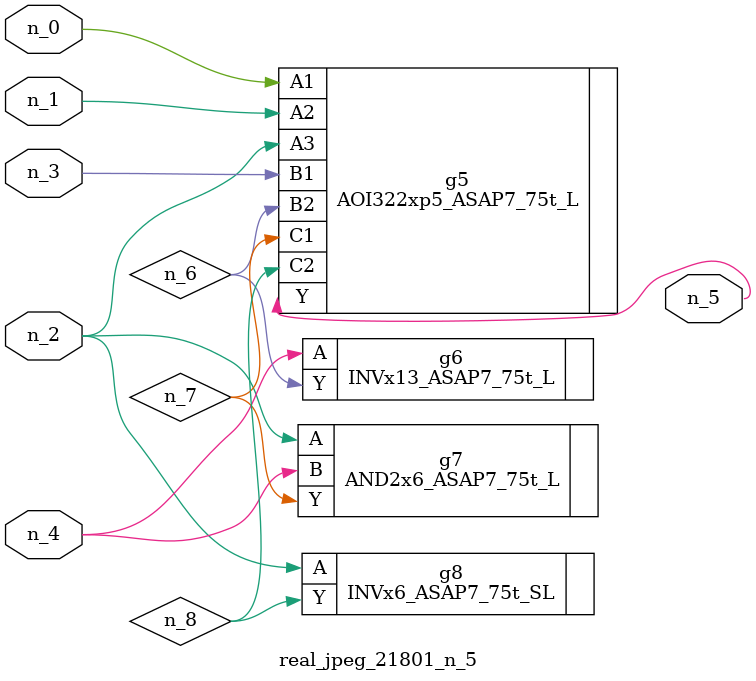
<source format=v>
module real_jpeg_21801_n_5 (n_4, n_0, n_1, n_2, n_3, n_5);

input n_4;
input n_0;
input n_1;
input n_2;
input n_3;

output n_5;

wire n_8;
wire n_6;
wire n_7;

AOI322xp5_ASAP7_75t_L g5 ( 
.A1(n_0),
.A2(n_1),
.A3(n_2),
.B1(n_3),
.B2(n_6),
.C1(n_7),
.C2(n_8),
.Y(n_5)
);

AND2x6_ASAP7_75t_L g7 ( 
.A(n_2),
.B(n_4),
.Y(n_7)
);

INVx6_ASAP7_75t_SL g8 ( 
.A(n_2),
.Y(n_8)
);

INVx13_ASAP7_75t_L g6 ( 
.A(n_4),
.Y(n_6)
);


endmodule
</source>
